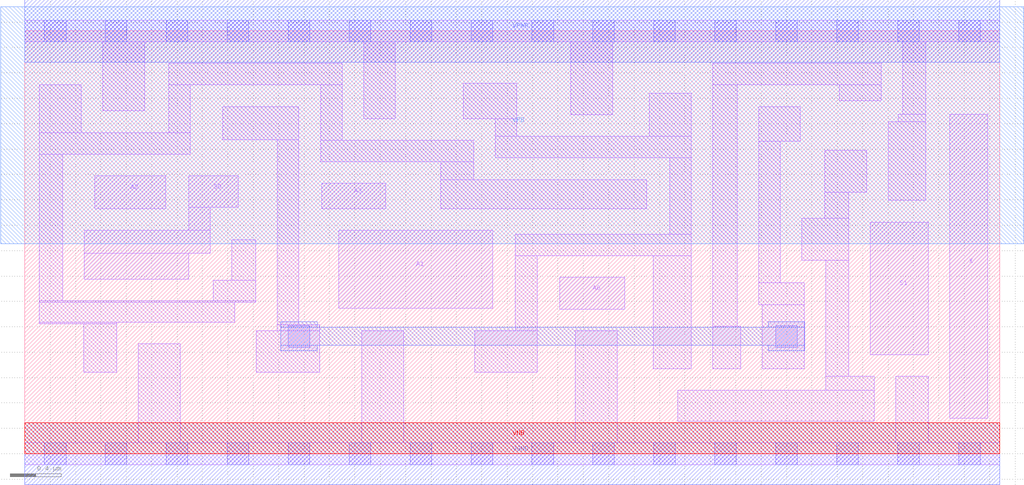
<source format=lef>
# Copyright 2020 The SkyWater PDK Authors
#
# Licensed under the Apache License, Version 2.0 (the "License");
# you may not use this file except in compliance with the License.
# You may obtain a copy of the License at
#
#     https://www.apache.org/licenses/LICENSE-2.0
#
# Unless required by applicable law or agreed to in writing, software
# distributed under the License is distributed on an "AS IS" BASIS,
# WITHOUT WARRANTIES OR CONDITIONS OF ANY KIND, either express or implied.
# See the License for the specific language governing permissions and
# limitations under the License.
#
# SPDX-License-Identifier: Apache-2.0

VERSION 5.7 ;
  NOWIREEXTENSIONATPIN ON ;
  DIVIDERCHAR "/" ;
  BUSBITCHARS "[]" ;
MACRO sky130_fd_sc_lp__mux4_0
  CLASS CORE ;
  FOREIGN sky130_fd_sc_lp__mux4_0 ;
  ORIGIN  0.000000  0.000000 ;
  SIZE  7.680000 BY  3.330000 ;
  SYMMETRY X Y R90 ;
  SITE unit ;
  PIN A0
    ANTENNAGATEAREA  0.126000 ;
    DIRECTION INPUT ;
    USE SIGNAL ;
    PORT
      LAYER li1 ;
        RECT 4.215000 1.140000 4.725000 1.390000 ;
    END
  END A0
  PIN A1
    ANTENNAGATEAREA  0.126000 ;
    DIRECTION INPUT ;
    USE SIGNAL ;
    PORT
      LAYER li1 ;
        RECT 2.475000 1.145000 3.685000 1.760000 ;
    END
  END A1
  PIN A2
    ANTENNAGATEAREA  0.126000 ;
    DIRECTION INPUT ;
    USE SIGNAL ;
    PORT
      LAYER li1 ;
        RECT 0.550000 1.930000 1.110000 2.190000 ;
    END
  END A2
  PIN A3
    ANTENNAGATEAREA  0.126000 ;
    DIRECTION INPUT ;
    USE SIGNAL ;
    PORT
      LAYER li1 ;
        RECT 2.340000 1.930000 2.845000 2.130000 ;
    END
  END A3
  PIN S0
    ANTENNAGATEAREA  0.378000 ;
    DIRECTION INPUT ;
    USE SIGNAL ;
    PORT
      LAYER li1 ;
        RECT 0.470000 1.375000 1.290000 1.580000 ;
        RECT 0.470000 1.580000 1.460000 1.760000 ;
        RECT 1.290000 1.760000 1.460000 1.940000 ;
        RECT 1.290000 1.940000 1.680000 2.190000 ;
    END
  END S0
  PIN S1
    ANTENNAGATEAREA  0.252000 ;
    DIRECTION INPUT ;
    USE SIGNAL ;
    PORT
      LAYER li1 ;
        RECT 6.660000 0.780000 7.115000 1.825000 ;
    END
  END S1
  PIN X
    ANTENNADIFFAREA  0.280900 ;
    DIRECTION OUTPUT ;
    USE SIGNAL ;
    PORT
      LAYER li1 ;
        RECT 7.285000 0.280000 7.585000 2.675000 ;
    END
  END X
  PIN VGND
    DIRECTION INOUT ;
    USE GROUND ;
    PORT
      LAYER met1 ;
        RECT 0.000000 -0.245000 7.680000 0.245000 ;
    END
  END VGND
  PIN VNB
    DIRECTION INOUT ;
    USE GROUND ;
    PORT
      LAYER pwell ;
        RECT 0.000000 0.000000 7.680000 0.245000 ;
    END
  END VNB
  PIN VPB
    DIRECTION INOUT ;
    USE POWER ;
    PORT
      LAYER nwell ;
        RECT -0.190000 1.655000 7.870000 3.520000 ;
    END
  END VPB
  PIN VPWR
    DIRECTION INOUT ;
    USE POWER ;
    PORT
      LAYER met1 ;
        RECT 0.000000 3.085000 7.680000 3.575000 ;
    END
  END VPWR
  OBS
    LAYER li1 ;
      RECT 0.000000 -0.085000 7.680000 0.085000 ;
      RECT 0.000000  3.245000 7.680000 3.415000 ;
      RECT 0.115000  1.025000 0.725000 1.035000 ;
      RECT 0.115000  1.035000 1.655000 1.195000 ;
      RECT 0.115000  1.195000 1.820000 1.205000 ;
      RECT 0.115000  1.205000 0.300000 2.360000 ;
      RECT 0.115000  2.360000 1.305000 2.530000 ;
      RECT 0.115000  2.530000 0.445000 2.905000 ;
      RECT 0.465000  0.640000 0.725000 1.025000 ;
      RECT 0.615000  2.700000 0.945000 3.245000 ;
      RECT 0.895000  0.085000 1.225000 0.865000 ;
      RECT 1.135000  2.530000 1.305000 2.905000 ;
      RECT 1.135000  2.905000 2.500000 3.075000 ;
      RECT 1.485000  1.205000 1.820000 1.365000 ;
      RECT 1.560000  2.475000 2.160000 2.735000 ;
      RECT 1.630000  1.365000 1.820000 1.685000 ;
      RECT 1.825000  0.640000 2.325000 0.970000 ;
      RECT 1.990000  0.970000 2.325000 1.015000 ;
      RECT 1.990000  1.015000 2.160000 2.475000 ;
      RECT 2.330000  2.300000 3.535000 2.470000 ;
      RECT 2.330000  2.470000 2.500000 2.905000 ;
      RECT 2.655000  0.085000 2.985000 0.970000 ;
      RECT 2.670000  2.640000 2.920000 3.245000 ;
      RECT 3.275000  1.930000 4.900000 2.160000 ;
      RECT 3.275000  2.160000 3.535000 2.300000 ;
      RECT 3.455000  2.640000 3.875000 2.920000 ;
      RECT 3.545000  0.640000 4.035000 0.970000 ;
      RECT 3.705000  2.330000 5.250000 2.500000 ;
      RECT 3.705000  2.500000 3.875000 2.640000 ;
      RECT 3.865000  0.970000 4.035000 1.560000 ;
      RECT 3.865000  1.560000 5.250000 1.730000 ;
      RECT 4.300000  2.670000 4.630000 3.245000 ;
      RECT 4.335000  0.085000 4.665000 0.970000 ;
      RECT 4.920000  2.500000 5.250000 2.840000 ;
      RECT 4.950000  0.670000 5.250000 1.560000 ;
      RECT 5.080000  1.730000 5.250000 2.330000 ;
      RECT 5.145000  0.255000 6.690000 0.500000 ;
      RECT 5.420000  0.670000 5.640000 1.005000 ;
      RECT 5.420000  1.005000 5.610000 2.905000 ;
      RECT 5.420000  2.905000 6.745000 3.075000 ;
      RECT 5.780000  1.175000 6.140000 1.345000 ;
      RECT 5.780000  1.345000 5.950000 2.460000 ;
      RECT 5.780000  2.460000 6.110000 2.735000 ;
      RECT 5.810000  0.670000 6.140000 1.175000 ;
      RECT 6.120000  1.525000 6.490000 1.855000 ;
      RECT 6.300000  1.855000 6.490000 2.060000 ;
      RECT 6.300000  2.060000 6.630000 2.390000 ;
      RECT 6.310000  0.500000 6.690000 0.610000 ;
      RECT 6.310000  0.610000 6.490000 1.525000 ;
      RECT 6.415000  2.780000 6.745000 2.905000 ;
      RECT 6.800000  1.995000 7.095000 2.615000 ;
      RECT 6.860000  0.085000 7.115000 0.610000 ;
      RECT 6.880000  2.615000 7.095000 2.675000 ;
      RECT 6.915000  2.675000 7.095000 3.245000 ;
    LAYER mcon ;
      RECT 0.155000 -0.085000 0.325000 0.085000 ;
      RECT 0.155000  3.245000 0.325000 3.415000 ;
      RECT 0.635000 -0.085000 0.805000 0.085000 ;
      RECT 0.635000  3.245000 0.805000 3.415000 ;
      RECT 1.115000 -0.085000 1.285000 0.085000 ;
      RECT 1.115000  3.245000 1.285000 3.415000 ;
      RECT 1.595000 -0.085000 1.765000 0.085000 ;
      RECT 1.595000  3.245000 1.765000 3.415000 ;
      RECT 2.075000 -0.085000 2.245000 0.085000 ;
      RECT 2.075000  0.840000 2.245000 1.010000 ;
      RECT 2.075000  3.245000 2.245000 3.415000 ;
      RECT 2.555000 -0.085000 2.725000 0.085000 ;
      RECT 2.555000  3.245000 2.725000 3.415000 ;
      RECT 3.035000 -0.085000 3.205000 0.085000 ;
      RECT 3.035000  3.245000 3.205000 3.415000 ;
      RECT 3.515000 -0.085000 3.685000 0.085000 ;
      RECT 3.515000  3.245000 3.685000 3.415000 ;
      RECT 3.995000 -0.085000 4.165000 0.085000 ;
      RECT 3.995000  3.245000 4.165000 3.415000 ;
      RECT 4.475000 -0.085000 4.645000 0.085000 ;
      RECT 4.475000  3.245000 4.645000 3.415000 ;
      RECT 4.955000 -0.085000 5.125000 0.085000 ;
      RECT 4.955000  3.245000 5.125000 3.415000 ;
      RECT 5.435000 -0.085000 5.605000 0.085000 ;
      RECT 5.435000  3.245000 5.605000 3.415000 ;
      RECT 5.915000 -0.085000 6.085000 0.085000 ;
      RECT 5.915000  0.840000 6.085000 1.010000 ;
      RECT 5.915000  3.245000 6.085000 3.415000 ;
      RECT 6.395000 -0.085000 6.565000 0.085000 ;
      RECT 6.395000  3.245000 6.565000 3.415000 ;
      RECT 6.875000 -0.085000 7.045000 0.085000 ;
      RECT 6.875000  3.245000 7.045000 3.415000 ;
      RECT 7.355000 -0.085000 7.525000 0.085000 ;
      RECT 7.355000  3.245000 7.525000 3.415000 ;
    LAYER met1 ;
      RECT 2.015000 0.810000 2.305000 0.855000 ;
      RECT 2.015000 0.855000 6.145000 0.995000 ;
      RECT 2.015000 0.995000 2.305000 1.040000 ;
      RECT 5.855000 0.810000 6.145000 0.855000 ;
      RECT 5.855000 0.995000 6.145000 1.040000 ;
  END
END sky130_fd_sc_lp__mux4_0
END LIBRARY

</source>
